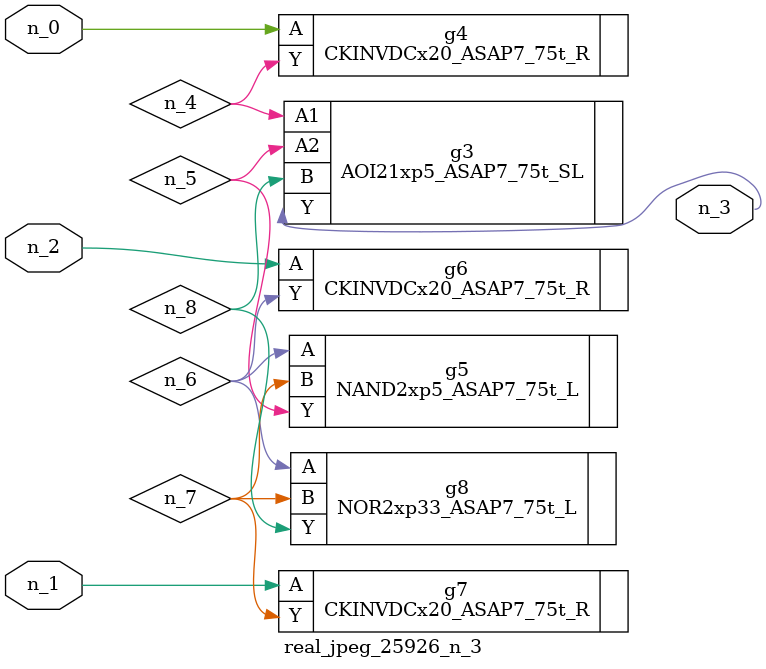
<source format=v>
module real_jpeg_25926_n_3 (n_1, n_0, n_2, n_3);

input n_1;
input n_0;
input n_2;

output n_3;

wire n_5;
wire n_4;
wire n_8;
wire n_6;
wire n_7;

CKINVDCx20_ASAP7_75t_R g4 ( 
.A(n_0),
.Y(n_4)
);

CKINVDCx20_ASAP7_75t_R g7 ( 
.A(n_1),
.Y(n_7)
);

CKINVDCx20_ASAP7_75t_R g6 ( 
.A(n_2),
.Y(n_6)
);

AOI21xp5_ASAP7_75t_SL g3 ( 
.A1(n_4),
.A2(n_5),
.B(n_8),
.Y(n_3)
);

NAND2xp5_ASAP7_75t_L g5 ( 
.A(n_6),
.B(n_7),
.Y(n_5)
);

NOR2xp33_ASAP7_75t_L g8 ( 
.A(n_6),
.B(n_7),
.Y(n_8)
);


endmodule
</source>
